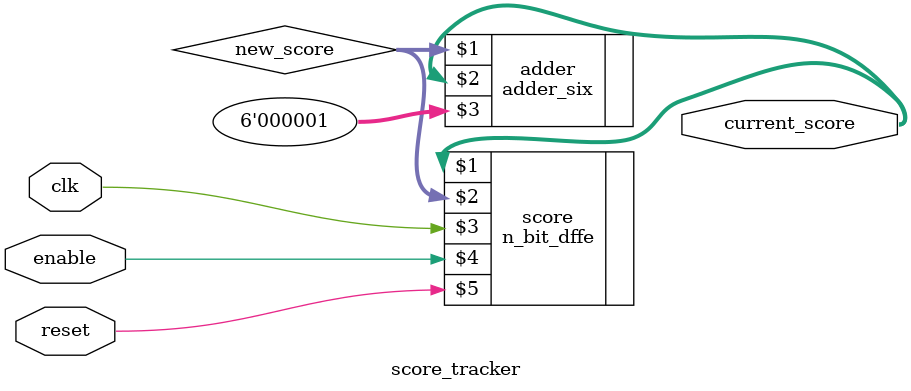
<source format=v>
module score_tracker(current_score,
                     clk,
                     enable,
                     reset);

    output [5:0] current_score;
    input        clk, enable, reset;

    wire   [5:0] new_score;

    n_bit_dffe #(.width(6), .reset_value(0)) score(current_score, new_score, clk, enable, reset);
    
    adder_six adder(new_score, current_score, 6'd1);

endmodule

</source>
